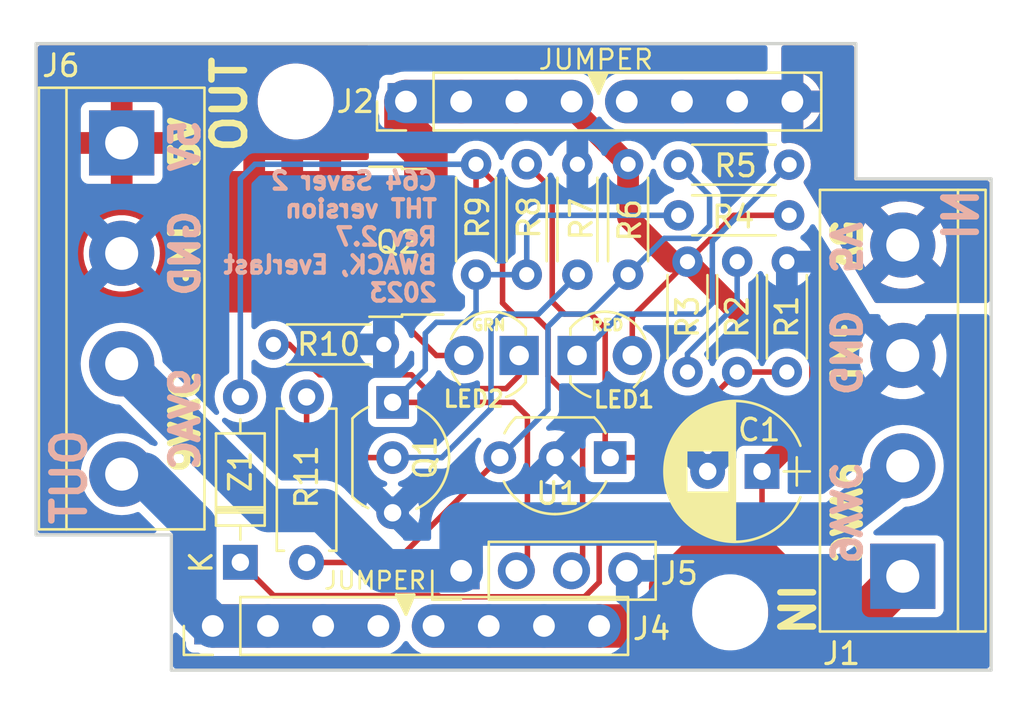
<source format=kicad_pcb>
(kicad_pcb (version 20221018) (generator pcbnew)
  (title_block (title "C64 Saver 2 Throughhole") (date "2023-11-18") (rev "2.7"))
  (layers (0 "F.Cu" signal) (31 "B.Cu" signal) (34 "B.Paste" user) (35 "F.Paste" user) (36 "B.SilkS" user "B.Silkscreen") (37 "F.SilkS" user "F.Silkscreen") (38 "B.Mask" user) (39 "F.Mask" user) (44 "Edge.Cuts" user))
  (net 0 "")
  (net 1 "/VCC1-")
  (net 2 "GND")
  (net 3 "PGATE")
  (net 4 "/VCC1+")
  (net 5 "OVERVOLTAGE")
  (net 6 "/5V_SAFE")
  (net 7 "/NGATE")
  (net 8 "/SENSE")
  (net 9 "/9VAC1")
  (net 10 "/9VAC2")
  (net 11 "Net-(LED1-K)")
  (net 12 "Net-(LED2-K)")
  (net 13 "Net-(U1-K)")
  (net 14 "/9VAC1B")
  (net 15 "/DIVIDER")
  (footprint "Connectors_Terminal_Blocks:TerminalBlock_bornier-4_P5.08mm" (layer "F.Cu") (at 144.399 88.265 -90)
    (fp_text reference "J6" (at -3.556 2.794) (layer "F.SilkS"))
    (fp_text value "Conn_01x04")
    (pad "1" thru_hole rect (at 0 0 270) (size 3 3) (drill 1.52) (layers "*.Cu" "*.Mask") (net 6 "/5V_SAFE"))
    (pad "2" thru_hole circle (at 5.08 0 270) (size 3 3) (drill 1.52) (layers "*.Cu" "*.Mask") (net 2 "GND"))
    (pad "3" thru_hole circle (at 10.16 0 270) (size 3 3) (drill 1.52) (layers "*.Cu" "*.Mask") (net 10 "/9VAC2"))
    (pad "4" thru_hole circle (at 15.24 0 270) (size 3 3) (drill 1.52) (layers "*.Cu" "*.Mask") (net 14 "/9VAC1B"))
  )
  (footprint "Connectors_Terminal_Blocks:TerminalBlock_bornier-4_P5.08mm" (layer "F.Cu") (at 180.34 108.204 90)
    (fp_text reference "J1" (at -3.556 -2.82194) (layer "F.SilkS"))
    (fp_text value "Conn_01x04")
    (pad "1" thru_hole rect (at 0 0 90) (size 3 3) (drill 1.52) (layers "*.Cu" "*.Mask") (net 9 "/9VAC1"))
    (pad "2" thru_hole circle (at 5.08 0 90) (size 3 3) (drill 1.52) (layers "*.Cu" "*.Mask") (net 10 "/9VAC2"))
    (pad "3" thru_hole circle (at 10.16 0 90) (size 3 3) (drill 1.52) (layers "*.Cu" "*.Mask") (net 2 "GND"))
    (pad "4" thru_hole circle (at 15.24 0 90) (size 3 3) (drill 1.52) (layers "*.Cu" "*.Mask") (net 4 "/VCC1+"))
  )
  (footprint "Capacitors_THT:CP_Radial_D6.3mm_P2.50mm" (layer "F.Cu") (at 173.863 103.378 180)
    (fp_text reference "C1" (at 0.127 1.905 180) (layer "F.SilkS"))
    (fp_text value "47uF")
    (pad "1" thru_hole rect (at 0 0 180) (size 1.6 1.6) (drill 0.8) (layers "*.Cu" "*.Mask") (net 1 "/VCC1-"))
    (pad "2" thru_hole circle (at 2.5 0 180) (size 1.6 1.6) (drill 0.8) (layers "*.Cu" "*.Mask") (net 2 "GND"))
  )
  (footprint "TO_SOT_Packages_SMD:ATPAK-2" (layer "F.Cu") (at 154.0476 92.8116 180)
    (fp_text reference "Q2" (at -3.0514 -0.0254) (layer "F.SilkS"))
    (fp_text value "IPD068P03L3G")
    (pad "1" smd rect (at -4.35 -2.3 180) (size 1.6 1.5) (layers "F.Cu" "F.Paste" "F.Mask") (net 3 "PGATE"))
    (pad "2" smd rect (at 0.05 -1.7 180) (size 3.2 3.1) (layers "F.Cu" "F.Paste") (net 6 "/5V_SAFE"))
    (pad "2" smd rect (at 0.05 1.7 180) (size 3.2 3.1) (layers "F.Cu" "F.Paste") (net 6 "/5V_SAFE"))
    (pad "2" smd rect (at 1.8 0 180) (size 6.7 6.5) (layers "F.Cu" "F.Mask") (net 6 "/5V_SAFE"))
    (pad "2" smd rect (at 3.55 -1.7 180) (size 3.2 3.1) (layers "F.Cu" "F.Paste") (net 6 "/5V_SAFE"))
    (pad "2" smd rect (at 3.55 1.7 180) (size 3.2 3.1) (layers "F.Cu" "F.Paste") (net 6 "/5V_SAFE"))
    (pad "3" smd rect (at -4.35 2.3 180) (size 1.6 1.5) (layers "F.Cu" "F.Paste" "F.Mask") (net 1 "/VCC1-"))
  )
  (footprint "Pin_Headers:Pin_Header_Straight_1x08_Pitch2.54mm" (layer "F.Cu") (at 157.48 86.36 90)
    (fp_text reference "J2" (at 0 -2.33 180) (layer "F.SilkS"))
    (fp_text value "Conn_01x08")
    (pad "1" thru_hole rect locked (at 0 0 90) (size 1.7 1.7) (drill 1) (layers "*.Cu" "*.Mask") (net 1 "/VCC1-"))
    (pad "2" thru_hole oval locked (at 0 2.54 90) (size 1.7 1.7) (drill 1) (layers "*.Cu" "*.Mask") (net 1 "/VCC1-"))
    (pad "3" thru_hole oval locked (at 0 5.08 90) (size 1.7 1.7) (drill 1) (layers "*.Cu" "*.Mask") (net 1 "/VCC1-"))
    (pad "4" thru_hole oval locked (at 0 7.62 90) (size 1.7 1.7) (drill 1) (layers "*.Cu" "*.Mask") (net 1 "/VCC1-"))
    (pad "5" thru_hole oval locked (at 0 10.16 90) (size 1.7 1.7) (drill 1) (layers "*.Cu" "*.Mask") (net 4 "/VCC1+"))
    (pad "6" thru_hole oval locked (at 0 12.7 90) (size 1.7 1.7) (drill 1) (layers "*.Cu" "*.Mask") (net 4 "/VCC1+"))
    (pad "7" thru_hole oval locked (at 0 15.24 90) (size 1.7 1.7) (drill 1) (layers "*.Cu" "*.Mask") (net 4 "/VCC1+"))
    (pad "8" thru_hole oval locked (at 0 17.78 90) (size 1.7 1.7) (drill 1) (layers "*.Cu" "*.Mask") (net 4 "/VCC1+"))
  )
  (footprint "Pin_Headers:Pin_Header_Straight_1x08_Pitch2.54mm" (layer "F.Cu") (at 148.59 110.49 90)
    (fp_text reference "J4" (at -0.127 20.193 180) (layer "F.SilkS"))
    (fp_text value "Conn_01x08")
    (pad "1" thru_hole rect (at 0 0 90) (size 1.7 1.7) (drill 1) (layers "*.Cu" "*.Mask") (net 14 "/9VAC1B"))
    (pad "2" thru_hole oval (at 0 2.54 90) (size 1.7 1.7) (drill 1) (layers "*.Cu" "*.Mask") (net 14 "/9VAC1B"))
    (pad "3" thru_hole oval (at 0 5.08 90) (size 1.7 1.7) (drill 1) (layers "*.Cu" "*.Mask") (net 14 "/9VAC1B"))
    (pad "4" thru_hole oval (at 0 7.62 90) (size 1.7 1.7) (drill 1) (layers "*.Cu" "*.Mask") (net 14 "/9VAC1B"))
    (pad "5" thru_hole oval (at 0 10.16 90) (size 1.7 1.7) (drill 1) (layers "*.Cu" "*.Mask") (net 9 "/9VAC1"))
    (pad "6" thru_hole oval (at 0 12.7 90) (size 1.7 1.7) (drill 1) (layers "*.Cu" "*.Mask") (net 9 "/9VAC1"))
    (pad "7" thru_hole oval (at 0 15.24 90) (size 1.7 1.7) (drill 1) (layers "*.Cu" "*.Mask") (net 9 "/9VAC1"))
    (pad "8" thru_hole oval (at 0 17.78 90) (size 1.7 1.7) (drill 1) (layers "*.Cu" "*.Mask") (net 9 "/9VAC1"))
  )
  (footprint "Pin_Headers:Pin_Header_Straight_1x04_Pitch2.54mm" (layer "F.Cu") (at 160.02 107.95 90)
    (fp_text reference "J5" (at -0.127 10.033 180) (layer "F.SilkS"))
    (fp_text value "Conn_01x04")
    (pad "1" thru_hole rect (at 0 0 90) (size 1.7 1.7) (drill 1) (layers "*.Cu" "*.Mask") (net 10 "/9VAC2"))
    (pad "2" thru_hole oval (at 0 2.54 90) (size 1.7 1.7) (drill 1) (layers "*.Cu" "*.Mask") (net 5 "OVERVOLTAGE"))
    (pad "3" thru_hole oval (at 0 5.08 90) (size 1.7 1.7) (drill 1) (layers "*.Cu" "*.Mask") (net 3 "PGATE"))
    (pad "4" thru_hole oval (at 0 7.62 90) (size 1.7 1.7) (drill 1) (layers "*.Cu" "*.Mask") (net 2 "GND"))
  )
  (footprint "Mounting_Holes:MountingHole_2.5mm" (layer "F.Cu") (at 152.40508 86.35746)
    (fp_text reference "MK1" hide)
    (fp_text value "Mounting_Hole")
    (pad "" np_thru_hole circle (at 0 0) (size 3 3) (drill 3) (layers "F&B.Cu" "*.Mask"))
  )
  (footprint "Mounting_Holes:MountingHole_2.5mm" (layer "F.Cu") (at 172.39996 109.86262)
    (fp_text reference "MK2" hide)
    (fp_text value "Mounting_Hole")
    (pad "" np_thru_hole circle (at 0 0) (size 3 3) (drill 3) (layers "F&B.Cu" "*.Mask"))
  )
  (footprint "Resistor_THT:R_Axial_DIN0204_L3.6mm_D1.6mm_P5.08mm_Horizontal" (layer "F.Cu") (at 170.434 93.726 -90)
    (fp_text reference "R3" (at 2.54 0 90) (layer "F.SilkS"))
    (fp_text value "3k3 1%")
    (pad "1" thru_hole circle (at 0 0 270) (size 1.4 1.4) (drill 0.7) (layers "*.Cu" "*.Mask") (net 1 "/VCC1-"))
    (pad "2" thru_hole oval (at 5.08 0 270) (size 1.4 1.4) (drill 0.7) (layers "*.Cu" "*.Mask") (net 15 "/DIVIDER"))
  )
  (footprint "Resistor_THT:R_Axial_DIN0204_L3.6mm_D1.6mm_P5.08mm_Horizontal" (layer "F.Cu") (at 175.006 98.806 90)
    (fp_text reference "R1" (at 2.54 0 90) (layer "F.SilkS"))
    (fp_text value "3k3 1%")
    (pad "1" thru_hole circle (at 0 0 90) (size 1.4 1.4) (drill 0.7) (layers "*.Cu" "*.Mask") (net 8 "/SENSE"))
    (pad "2" thru_hole oval (at 5.08 0 90) (size 1.4 1.4) (drill 0.7) (layers "*.Cu" "*.Mask") (net 2 "GND"))
  )
  (footprint "Resistor_THT:R_Axial_DIN0204_L3.6mm_D1.6mm_P5.08mm_Horizontal" (layer "F.Cu") (at 167.699993 89.2456 -90)
    (fp_text reference "R6" (at 2.5754 -0.0762 -90) (layer "F.SilkS"))
    (fp_text value "3k3")
    (pad "1" thru_hole circle (at 0 0 270) (size 1.4 1.4) (drill 0.7) (layers "*.Cu" "*.Mask") (net 1 "/VCC1-"))
    (pad "2" thru_hole oval (at 5.08 0 270) (size 1.4 1.4) (drill 0.7) (layers "*.Cu" "*.Mask") (net 13 "Net-(U1-K)"))
  )
  (footprint "Resistor_THT:R_Axial_DIN0204_L3.6mm_D1.6mm_P5.08mm_Horizontal" (layer "F.Cu") (at 163.037197 89.2456 -90)
    (fp_text reference "R8" (at 2.4484 -0.1016 -90) (layer "F.SilkS"))
    (fp_text value "330k")
    (pad "1" thru_hole circle (at 0 0 270) (size 1.4 1.4) (drill 0.7) (layers "*.Cu" "*.Mask") (net 8 "/SENSE"))
    (pad "2" thru_hole oval (at 5.08 0 270) (size 1.4 1.4) (drill 0.7) (layers "*.Cu" "*.Mask") (net 5 "OVERVOLTAGE"))
  )
  (footprint "Resistor_THT:R_Axial_DIN0204_L3.6mm_D1.6mm_P5.08mm_Horizontal" (layer "F.Cu") (at 175.109221 91.595756 180)
    (fp_text reference "R4" (at 2.5654 -0.0762) (layer "F.SilkS"))
    (fp_text value "3k3")
    (pad "1" thru_hole circle (at 0 0 180) (size 1.4 1.4) (drill 0.7) (layers "*.Cu" "*.Mask") (net 1 "/VCC1-"))
    (pad "2" thru_hole oval (at 5.08 0 180) (size 1.4 1.4) (drill 0.7) (layers "*.Cu" "*.Mask") (net 5 "OVERVOLTAGE"))
  )
  (footprint "Resistor_THT:R_Axial_DIN0204_L3.6mm_D1.6mm_P5.08mm_Horizontal" (layer "F.Cu") (at 160.7058 89.2456 -90)
    (fp_text reference "R9" (at 2.4484 -0.0762 -90) (layer "F.SilkS"))
    (fp_text value "3k9")
    (pad "1" thru_hole circle (at 0 0 270) (size 1.4 1.4) (drill 0.7) (layers "*.Cu" "*.Mask") (net 3 "PGATE"))
    (pad "2" thru_hole oval (at 5.08 0 270) (size 1.4 1.4) (drill 0.7) (layers "*.Cu" "*.Mask") (net 5 "OVERVOLTAGE"))
  )
  (footprint "Resistor_THT:R_Axial_DIN0207_L6.3mm_D2.5mm_P7.62mm_Horizontal" (layer "F.Cu") (at 152.908 107.569 90)
    (fp_text reference "R11" (at 3.937 0 90) (layer "F.SilkS"))
    (fp_text value "33k")
    (pad "1" thru_hole circle (at 0 0 90) (size 1.6 1.6) (drill 0.8) (layers "*.Cu" "*.Mask") (net 13 "Net-(U1-K)"))
    (pad "2" thru_hole oval (at 7.62 0 90) (size 1.6 1.6) (drill 0.8) (layers "*.Cu" "*.Mask") (net 7 "/NGATE"))
  )
  (footprint "Resistor_THT:R_Axial_DIN0204_L3.6mm_D1.6mm_P5.08mm_Horizontal" (layer "F.Cu") (at 165.368594 94.3256 90)
    (fp_text reference "R7" (at 2.5654 0.1778 90) (layer "F.SilkS"))
    (fp_text value "10k")
    (pad "1" thru_hole circle (at 0 0 90) (size 1.4 1.4) (drill 0.7) (layers "*.Cu" "*.Mask") (net 7 "/NGATE"))
    (pad "2" thru_hole oval (at 5.08 0 90) (size 1.4 1.4) (drill 0.7) (layers "*.Cu" "*.Mask") (net 2 "GND"))
  )
  (footprint "Package_TO_SOT_THT:TO-92_Inline_Wide" (layer "F.Cu") (at 156.866 100.203 -90)
    (fp_text reference "Q1" (at 2.54 -1.503 90) (layer "F.SilkS"))
    (fp_text value "BC547")
    (pad "1" thru_hole rect (at 0 0 270) (size 1.5 1.5) (drill 0.8) (layers "*.Cu" "*.Mask") (net 5 "OVERVOLTAGE"))
    (pad "2" thru_hole circle (at 2.54 0 270) (size 1.5 1.5) (drill 0.8) (layers "*.Cu" "*.Mask") (net 7 "/NGATE"))
    (pad "3" thru_hole circle (at 5.08 0 270) (size 1.5 1.5) (drill 0.8) (layers "*.Cu" "*.Mask") (net 2 "GND"))
  )
  (footprint "LED_THT:LED_D3.0mm_Easy_2" (layer "F.Cu") (at 162.687 98.044 180)
    (fp_text reference "LED2" (at 2.087104 -1.998027 180) (layer "F.SilkS") (effects (font (size 0.75 0.75))))
    (fp_text value "3mm GREEN")
    (pad "1" thru_hole rect (at 0 0 180) (size 1.8 1.8) (drill 0.9) (layers "*.Cu" "*.Mask") (net 12 "Net-(LED2-K)"))
    (pad "2" thru_hole circle (at 2.54 0 180) (size 1.8 1.8) (drill 0.9) (layers "*.Cu" "*.Mask") (net 6 "/5V_SAFE"))
  )
  (footprint "LED_THT:LED_D3.0mm_Easy_1" (layer "F.Cu") (at 165.354 98.044)
    (fp_text reference "LED1" (at 2.159 2.032) (layer "F.SilkS") (effects (font (size 0.75 0.75))))
    (fp_text value "3mm RED")
    (pad "1" thru_hole rect (at 0 0) (size 1.8 1.8) (drill 0.9) (layers "*.Cu" "*.Mask") (net 11 "Net-(LED1-K)"))
    (pad "2" thru_hole circle (at 2.54 0) (size 1.8 1.8) (drill 0.9) (layers "*.Cu" "*.Mask") (net 1 "/VCC1-"))
  )
  (footprint "Resistor_THT:R_Axial_DIN0204_L3.6mm_D1.6mm_P5.08mm_Horizontal" (layer "F.Cu") (at 151.384 97.536)
    (fp_text reference "R10" (at 2.54 0) (layer "F.SilkS"))
    (fp_text value "330")
    (pad "1" thru_hole circle (at 0 0) (size 1.4 1.4) (drill 0.7) (layers "*.Cu" "*.Mask") (net 12 "Net-(LED2-K)"))
    (pad "2" thru_hole oval (at 5.08 0) (size 1.4 1.4) (drill 0.7) (layers "*.Cu" "*.Mask") (net 2 "GND"))
  )
  (footprint "Resistor_THT:R_Axial_DIN0204_L3.6mm_D1.6mm_P5.08mm_Horizontal" (layer "F.Cu") (at 172.72 93.726 -90)
    (fp_text reference "R2" (at 2.54 0 90) (layer "F.SilkS"))
    (fp_text value "510 1%")
    (pad "1" thru_hole circle (at 0 0 270) (size 1.4 1.4) (drill 0.7) (layers "*.Cu" "*.Mask") (net 15 "/DIVIDER"))
    (pad "2" thru_hole oval (at 5.08 0 270) (size 1.4 1.4) (drill 0.7) (layers "*.Cu" "*.Mask") (net 8 "/SENSE"))
  )
  (footprint "Resistor_THT:R_Axial_DIN0204_L3.6mm_D1.6mm_P5.08mm_Horizontal" (layer "F.Cu") (at 175.109221 89.264181 180)
    (fp_text reference "R5" (at 2.4638 -0.0508) (layer "F.SilkS"))
    (fp_text value "1k")
    (pad "1" thru_hole circle (at 0 0 180) (size 1.4 1.4) (drill 0.7) (layers "*.Cu" "*.Mask") (net 11 "Net-(LED1-K)"))
    (pad "2" thru_hole oval (at 5.08 0 180) (size 1.4 1.4) (drill 0.7) (layers "*.Cu" "*.Mask") (net 13 "Net-(U1-K)"))
  )
  (footprint "Diode_THT:D_DO-35_SOD27_P7.62mm_Horizontal" (layer "F.Cu") (at 149.86 107.560504 90)
    (fp_text reference "Z1" (at 4.182504 0 90) (layer "F.SilkS"))
    (fp_text value "6V8")
    (fp_text user "K" (at 0 -1.8 90) (layer "F.SilkS"))
    (pad "1" thru_hole rect (at 0 0 90) (size 1.6 1.6) (drill 0.8) (layers "*.Cu" "*.Mask") (net 1 "/VCC1-"))
    (pad "2" thru_hole oval (at 7.62 0 90) (size 1.6 1.6) (drill 0.8) (layers "*.Cu" "*.Mask") (net 3 "PGATE"))
  )
  (footprint "Package_TO_SOT_THT:TO-92_Inline_Wide" (layer "F.Cu") (at 166.878 102.743 180)
    (fp_text reference "U1" (at 2.413 -1.651) (layer "F.SilkS"))
    (fp_text value "TL431LP")
    (pad "1" thru_hole rect (at 0 0 180) (size 1.5 1.5) (drill 0.8) (layers "*.Cu" "*.Mask") (net 8 "/SENSE"))
    (pad "2" thru_hole circle (at 2.54 0 180) (size 1.5 1.5) (drill 0.8) (layers "*.Cu" "*.Mask") (net 2 "GND"))
    (pad "3" thru_hole circle (at 5.08 0 180) (size 1.5 1.5) (drill 0.8) (layers "*.Cu" "*.Mask") (net 13 "Net-(U1-K)"))
  )
  (gr_line (start 166 85.1) (end 166.32 85.72) (stroke (width 0.15)) (layer "F.SilkS"))
  (gr_line (start 157.46 109.48) (end 157.55 109.28) (stroke (width 0.15)) (layer "F.SilkS"))
  (gr_line (start 166.56 85.21) (end 166.16 85.2) (stroke (width 0.15)) (layer "F.SilkS"))
  (gr_line (start 157.14 109.07) (end 157.46 109.69) (stroke (width 0.15)) (layer "F.SilkS"))
  (gr_line (start 157.46 109.69) (end 157.7 109.18) (stroke (width 0.15)) (layer "F.SilkS"))
  (gr_line (start 157.3 109.17) (end 157.46 109.48) (stroke (width 0.15)) (layer "F.SilkS"))
  (gr_line (start 166.71 85.09) (end 166 85.1) (stroke (width 0.15)) (layer "F.SilkS"))
  (gr_line (start 166.16 85.2) (end 166.32 85.51) (stroke (width 0.15)) (layer "F.SilkS"))
  (gr_line (start 157.55 109.28) (end 157.38 109.325) (stroke (width 0.15)) (layer "F.SilkS"))
  (gr_line (start 166.41 85.31) (end 166.24 85.355) (stroke (width 0.15)) (layer "F.SilkS"))
  (gr_line (start 166.32 85.72) (end 166.56 85.21) (stroke (width 0.15)) (layer "F.SilkS"))
  (gr_line (start 157.85 109.06) (end 157.14 109.07) (stroke (width 0.15)) (layer "F.SilkS"))
  (gr_line (start 166.34 85.98) (end 166.71 85.09) (stroke (width 0.15)) (layer "F.SilkS"))
  (gr_line (start 157.04 109.05) (end 157.48 109.95) (stroke (width 0.15)) (layer "F.SilkS"))
  (gr_line (start 165.9 85.08) (end 166.34 85.98) (stroke (width 0.15)) (layer "F.SilkS"))
  (gr_line (start 157.7 109.18) (end 157.3 109.17) (stroke (width 0.15)) (layer "F.SilkS"))
  (gr_line (start 157.48 109.95) (end 157.85 109.06) (stroke (width 0.15)) (layer "F.SilkS"))
  (gr_line (start 166.32 85.51) (end 166.41 85.31) (stroke (width 0.15)) (layer "F.SilkS"))
  (gr_line (start 184.404 112.522) (end 146.685 112.522) (stroke (width 0.15)) (layer "Edge.Cuts"))
  (gr_line (start 140.462 83.693) (end 178.181 83.693) (stroke (width 0.15)) (layer "Edge.Cuts"))
  (gr_line (start 140.462 106.299) (end 140.462 83.693) (stroke (width 0.15)) (layer "Edge.Cuts"))
  (gr_line (start 178.181 89.916) (end 184.404 89.916) (stroke (width 0.15)) (layer "Edge.Cuts"))
  (gr_line (start 146.685 112.522) (end 146.685 106.299) (stroke (width 0.15)) (layer "Edge.Cuts"))
  (gr_line (start 146.685 106.299) (end 140.462 106.299) (stroke (width 0.15)) (layer "Edge.Cuts"))
  (gr_line (start 178.181 83.693) (end 178.181 89.916) (stroke (width 0.15)) (layer "Edge.Cuts"))
  (gr_line (start 184.404 89.916) (end 184.404 112.522) (stroke (width 0.15)) (layer "Edge.Cuts"))
  (gr_text "9VAC" (at 177.673 105.283 270) (layer "B.SilkS") (effects (font (size 1.25 1.25) (thickness 0.3)) (justify mirror)))
  (gr_text "GND" (at 177.673 97.917 270) (layer "B.SilkS") (effects (font (size 1.25 1.25) (thickness 0.3)) (justify mirror)))
  (gr_text "5V" (at 177.673 93.091 270) (layer "B.SilkS") (effects (font (size 1.25 1.25) (thickness 0.3)) (justify mirror)))
  (gr_text "5V" (at 147.32 88.392 90) (layer "B.SilkS") (effects (font (size 1.25 1.25) (thickness 0.3)) (justify mirror)))
  (gr_text "GND" (at 147.32 93.345 90) (layer "B.SilkS") (effects (font (size 1.25 1.25) (thickness 0.3)) (justify mirror)))
  (gr_text "9VAC" (at 147.32 100.965 90) (layer "B.SilkS") (effects (font (size 1.25 1.25) (thickness 0.3)) (justify mirror)))
  (gr_text "IN" (at 182.88 91.567 -90) (layer "B.SilkS") (effects (font (size 1.5 1.5) (thickness 0.3)) (justify mirror)))
  (gr_text "OUT" (at 141.986 103.632 90) (layer "B.SilkS") (effects (font (size 1.5 1.5) (thickness 0.3)) (justify mirror)))
  (gr_text "C64 Saver 2\nTHT version\nRev 2.7\nBWACK, Everlast\n2023" (at 159.004 92.583) (layer "B.SilkS") (effects (font (size 0.8 0.8) (thickness 0.2)) (justify left mirror)))
  (gr_text "5V" (at 147.32 88.265 90) (layer "F.SilkS") (effects (font (size 1.25 1.25) (thickness 0.3))))
  (gr_text "GND" (at 147.32 93.345 90) (layer "F.SilkS") (effects (font (size 1.25 1.25) (thickness 0.3))))
  (gr_text "9VAC" (at 147.32 101.092 90) (layer "F.SilkS") (effects (font (size 1.25 1.25) (thickness 0.3))))
  (gr_text "RED" (at 166.751 96.647) (layer "F.SilkS") (effects (font (size 0.5 0.5) (thickness 0.125))))
  (gr_text "OUT" (at 149.352 86.487 90) (layer "F.SilkS") (effects (font (size 1.5 1.5) (thickness 0.3))))
  (gr_text "JUMPER" (at 156.06 108.4) (layer "F.SilkS") (effects (font (size 0.8 0.8) (thickness 0.12))))
  (gr_text "IN" (at 175.387 109.728 -90) (layer "F.SilkS") (effects (font (size 1.5 1.5) (thickness 0.3))))
  (gr_text "GND" (at 177.673 97.917 270) (layer "F.SilkS") (effects (font (size 1.25 1.25) (thickness 0.3))))
  (gr_text "JUMPER" (at 166.22 84.43) (layer "F.SilkS") (effects (font (size 0.9 0.9) (thickness 0.12))))
  (gr_text "GRN" (at 161.29 96.647) (layer "F.SilkS") (effects (font (size 0.5 0.5) (thickness 0.125))))
  (gr_text "9VAC" (at 177.673 105.283 270) (layer "F.SilkS") (effects (font (size 1.25 1.25) (thickness 0.3))))
  (gr_text "5V" (at 177.673 92.964 270) (layer "F.SilkS") (effects (font (size 1.25 1.25) (thickness 0.3))))
  (segment (start 165.1 86.645607) (end 165.1 86.36) (width 0.254) (layer "F.Cu") (net 1))
  (segment (start 167.699993 89.2456) (end 167.699993 91.691993) (width 1) (layer "F.Cu") (net 1))
  (segment (start 173.355 105.537) (end 173.863 105.029) (width 0.254) (layer "F.Cu") (net 1))
  (segment (start 167.894 98.044) (end 167.894 96.266) (width 0.254) (layer "F.Cu") (net 1))
  (segment (start 172.564244 91.595756) (end 170.434 93.726) (width 0.254) (layer "F.Cu") (net 1))
  (segment (start 165.701083 109.147) (end 166.37 108.478083) (width 0.254) (layer "F.Cu") (net 1))
  (segment (start 176.53 97.155) (end 176.53 100.711) (width 1) (layer "F.Cu") (net 1))
  (segment (start 167.699993 91.691993) (end 169.734 93.726) (width 1) (layer "F.Cu") (net 1))
  (segment (start 170.434 93.726) (end 172.847 96.139) (width 1) (layer "F.Cu") (net 1))
  (segment (start 151.392496 109.093) (end 158.972268 109.093) (width 0.254) (layer "F.Cu") (net 1))
  (segment (start 169.734 93.726) (end 170.434 93.726) (width 1) (layer "F.Cu") (net 1))
  (segment (start 166.37 108.478083) (end 166.37 106.172) (width 0.254) (layer "F.Cu") (net 1))
  (segment (start 175.109221 91.595756) (end 172.564244 91.595756) (width 0.254) (layer "F.Cu") (net 1))
  (segment (start 160.02 86.36) (end 157.48 86.36) (width 2) (layer "F.Cu") (net 1))
  (segment (start 173.863 105.029) (end 173.863 103.378) (width 0.254) (layer "F.Cu") (net 1))
  (segment (start 158.972268 109.093) (end 159.026268 109.147) (width 0.254) (layer "F.Cu") (net 1))
  (segment (start 149.86 107.560504) (end 151.392496 109.093) (width 0.254) (layer "F.Cu") (net 1))
  (segment (start 157.48 86.36) (end 157.48 87.757) (width 2) (layer "F.Cu") (net 1))
  (segment (start 175.514 96.139) (end 176.53 97.155) (width 1) (layer "F.Cu") (net 1))
  (segment (start 176.53 100.711) (end 173.863 103.378) (width 1) (layer "F.Cu") (net 1))
  (segment (start 165.1 86.36) (end 162.56 86.36) (width 2) (layer "F.Cu") (net 1))
  (segment (start 166.37 106.172) (end 167.005 105.537) (width 0.254) (layer "F.Cu") (net 1))
  (segment (start 157.48 87.757) (end 158.3976 88.6746) (width 2) (layer "F.Cu") (net 1))
  (segment (start 159.026268 109.147) (end 165.701083 109.147) (width 0.254) (layer "F.Cu") (net 1))
  (segment (start 167.699993 89.2456) (end 165.1 86.645607) (width 1) (layer "F.Cu") (net 1))
  (segment (start 172.847 96.139) (end 175.514 96.139) (width 1) (layer "F.Cu") (net 1))
  (segment (start 167.894 96.266) (end 170.434 93.726) (width 0.254) (layer "F.Cu") (net 1))
  (segment (start 158.3976 88.6746) (end 158.3976 90.5116) (width 2) (layer "F.Cu") (net 1))
  (segment (start 160.02 86.36) (end 162.56 86.36) (width 2) (layer "F.Cu") (net 1))
  (segment (start 167.005 105.537) (end 173.355 105.537) (width 0.254) (layer "F.Cu") (net 1))
  (segment (start 165.1 86.36) (end 157.48 86.36) (width 2) (layer "B.Cu") (net 1))
  (segment (start 167.64 107.95) (end 167.77738 107.81262) (width 1) (layer "B.Cu") (net 2))
  (segment (start 160.7058 91.6432) (end 158.3976 93.9514) (width 0.254) (layer "F.Cu") (net 3))
  (segment (start 165.1 107.95) (end 165.608 107.442) (width 0.254) (layer "F.Cu") (net 3))
  (segment (start 160.7058 89.2456) (end 160.7058 91.6432) (width 0.254) (layer "F.Cu") (net 3))
  (segment (start 164.020373 99.001105) (end 164.020373 96.837373) (width 0.254) (layer "F.Cu") (net 3))
  (segment (start 162.4965 96.2025) (end 161.925 95.631) (width 0.254) (layer "F.Cu") (net 3))
  (segment (start 161.925 90.4648) (end 160.7058 89.2456) (width 0.254) (layer "F.Cu") (net 3))
  (segment (start 158.3976 93.9514) (end 158.3976 95.1116) (width 0.254) (layer "F.Cu") (net 3))
  (segment (start 165.608 107.442) (end 165.608 100.588732) (width 0.254) (layer "F.Cu") (net 3))
  (segment (start 164.020373 96.837373) (end 163.3855 96.2025) (width 0.254) (layer "F.Cu") (net 3))
  (segment (start 165.608 100.588732) (end 164.020373 99.001105) (width 0.254) (layer "F.Cu") (net 3))
  (segment (start 161.925 95.631) (end 161.925 90.4648) (width 0.254) (layer "F.Cu") (net 3))
  (segment (start 163.3855 96.2025) (end 162.4965 96.2025) (width 0.254) (layer "F.Cu") (net 3))
  (segment (start 160.7058 89.2456) (end 150.5304 89.2456) (width 0.254) (layer "B.Cu") (net 3))
  (segment (start 149.86 89.916) (end 149.86 99.940504) (width 0.254) (layer "B.Cu") (net 3))
  (segment (start 150.5304 89.2456) (end 149.86 89.916) (width 0.254) (layer "B.Cu") (net 3))
  (segment (start 175.26 86.36) (end 167.64 86.36) (width 2) (layer "F.Cu") (net 4))
  (segment (start 175.26 86.36) (end 172.72 86.36) (width 2) (layer "B.Cu") (net 4))
  (segment (start 172.72 86.36) (end 170.18 86.36) (width 2) (layer "B.Cu") (net 4))
  (segment (start 170.18 86.36) (end 167.64 86.36) (width 2) (layer "B.Cu") (net 4))
  (segment (start 162.56 107.95) (end 163.068 107.442) (width 0.254) (layer "F.Cu") (net 5))
  (segment (start 163.068 107.442) (end 163.068 100.838) (width 0.254) (layer "F.Cu") (net 5))
  (segment (start 163.068 100.838) (end 162.433 100.203) (width 0.254) (layer "F.Cu") (net 5))
  (segment (start 162.433 100.203) (end 156.866 100.203) (width 0.254) (layer "F.Cu") (net 5))
  (segment (start 158.369 97.028) (end 158.369 98.7) (width 0.254) (layer "B.Cu") (net 5))
  (segment (start 158.877 96.52) (end 158.369 97.028) (width 0.254) (layer "B.Cu") (net 5))
  (segment (start 158.369 98.7) (end 156.866 100.203) (width 0.254) (layer "B.Cu") (net 5))
  (segment (start 163.037197 94.3256) (end 160.7058 94.3256) (width 0.254) (layer "B.Cu") (net 5))
  (segment (start 160.2105 96.52) (end 158.877 96.52) (width 0.254) (layer "B.Cu") (net 5))
  (segment (start 170.029221 91.595756) (end 163.547244 91.595756) (width 0.254) (layer "B.Cu") (net 5))
  (segment (start 163.547244 91.595756) (end 163.037197 92.105803) (width 0.254) (layer "B.Cu") (net 5))
  (segment (start 163.037197 92.105803) (end 163.037197 94.3256) (width 0.254) (layer "B.Cu") (net 5))
  (segment (start 160.7058 96.0247) (end 160.2105 96.52) (width 0.254) (layer "B.Cu") (net 5))
  (segment (start 160.7058 94.3256) (end 160.7058 96.0247) (width 0.254) (layer "B.Cu") (net 5))
  (segment (start 160.147 98.044) (end 158.877 98.044) (width 0.254) (layer "F.Cu") (net 6))
  (segment (start 156.972 96.139) (end 155.625 96.139) (width 0.254) (layer "F.Cu") (net 6))
  (segment (start 155.625 96.139) (end 153.9976 94.5116) (width 0.254) (layer "F.Cu") (net 6))
  (segment (start 158.877 98.044) (end 156.972 96.139) (width 0.254) (layer "F.Cu") (net 6))
  (segment (start 152.908 99.949) (end 152.908 102.235) (width 0.254) (layer "F.Cu") (net 7))
  (segment (start 152.908 102.235) (end 153.416 102.743) (width 0.254) (layer "F.Cu") (net 7))
  (segment (start 153.416 102.743) (end 156.866 102.743) (width 0.254) (layer "F.Cu") (net 7))
  (segment (start 161.394 100.48) (end 159.131 102.743) (width 0.254) (layer "B.Cu") (net 7))
  (segment (start 159.131 102.743) (end 156.866 102.743) (width 0.254) (layer "B.Cu") (net 7))
  (segment (start 165.368594 94.346406) (end 163.576 96.139) (width 0.254) (layer "B.Cu") (net 7))
  (segment (start 165.368594 94.3256) (end 165.368594 94.346406) (width 0.254) (layer "B.Cu") (net 7))
  (segment (start 161.925 96.139) (end 161.394 96.67) (width 0.254) (layer "B.Cu") (net 7))
  (segment (start 163.576 96.139) (end 161.925 96.139) (width 0.254) (layer "B.Cu") (net 7))
  (segment (start 161.394 96.67) (end 161.394 100.48) (width 0.254) (layer "B.Cu") (net 7))
  (segment (start 166.647 102.512) (end 166.647 96.797) (width 0.254) (layer "F.Cu") (net 8))
  (segment (start 164.7825 96.139) (end 164.211 95.5675) (width 0.254) (layer "F.Cu") (net 8))
  (segment (start 164.211 90.419403) (end 163.037197 89.2456) (width 0.254) (layer "F.Cu") (net 8))
  (segment (start 166.878 102.743) (end 166.647 102.512) (width 0.254) (layer "F.Cu") (net 8))
  (segment (start 164.211 95.5675) (end 164.211 90.419403) (width 0.254) (layer "F.Cu") (net 8))
  (segment (start 165.989 96.139) (end 164.7825 96.139) (width 0.254) (layer "F.Cu") (net 8))
  (segment (start 168.783 102.743) (end 166.878 102.743) (width 0.254) (layer "F.Cu") (net 8))
  (segment (start 172.72 98.806) (end 168.783 102.743) (width 0.254) (layer "F.Cu") (net 8))
  (segment (start 175.006 98.806) (end 172.72 98.806) (width 0.254) (layer "F.Cu") (net 8))
  (segment (start 166.647 96.797) (end 165.989 96.139) (width 0.254) (layer "F.Cu") (net 8))
  (segment (start 173.55 107.15) (end 173.4 107) (width 2) (layer "F.Cu") (net 9))
  (segment (start 169.61 108.68) (end 169.61 110.27) (width 1.9) (layer "F.Cu") (net 9))
  (segment (start 171.14 107.15) (end 169.61 108.68) (width 1.9) (layer "F.Cu") (net 9))
  (segment (start 171.29 107) (end 171.14 107.15) (width 2) (layer "F.Cu") (net 9))
  (segment (start 166.37 110.49) (end 166.366 110.494) (width 2) (layer "F.Cu") (net 9))
  (segment (start 175.1 110.81) (end 177.734 110.81) (width 2) (layer "F.Cu") (net 9))
  (segment (start 177.734 110.81) (end 180.34 108.204) (width 2) (layer "F.Cu") (net 9))
  (segment (start 169.61 110.27) (end 169.39 110.49) (width 1.9) (layer "F.Cu") (net 9))
  (segment (start 173.4 107) (end 171.29 107) (width 2) (layer "F.Cu") (net 9))
  (segment (start 175.1 108.7) (end 173.55 107.15) (width 1.9) (layer "F.Cu") (net 9))
  (segment (start 166.366 110.494) (end 158.75 110.494) (width 2) (layer "F.Cu") (net 9))
  (segment (start 169.39 110.49) (end 166.37 110.49) (width 2) (layer "F.Cu") (net 9))
  (segment (start 175.1 110.81) (end 175.1 108.7) (width 1.9) (layer "F.Cu") (net 9))
  (segment (start 163.83 110.49) (end 161.29 110.49) (width 2) (layer "B.Cu") (net 9))
  (segment (start 166.37 110.49) (end 163.83 110.49) (width 2) (layer "B.Cu") (net 9))
  (segment (start 161.29 110.49) (end 158.75 110.49) (width 2) (layer "B.Cu") (net 9))
  (segment (start 160.02 105.8) (end 160.02 107.95) (width 2) (layer "B.Cu") (net 10))
  (segment (start 151.150001 105.176001) (end 153.690001 105.176001) (width 2) (layer "B.Cu") (net 10))
  (segment (start 177.165 105.8) (end 160.02 105.8) (width 2) (layer "B.Cu") (net 10))
  (segment (start 153.690001 105.176001) (end 156.464 107.95) (width 2) (layer "B.Cu") (net 10))
  (segment (start 144.399 98.425) (end 151.150001 105.176001) (width 2) (layer "B.Cu") (net 10))
  (segment (start 156.464 107.95) (end 160.02 107.95) (width 2) (layer "B.Cu") (net 10))
  (segment (start 180.594 103.124) (end 177.165 105.8) (width 2) (layer "B.Cu") (net 10))
  (segment (start 171.577 95.631) (end 171.577 92.796402) (width 0.254) (layer "B.Cu") (net 11))
  (segment (start 165.354 98.044) (end 165.460469 98.044) (width 0.254) (layer "B.Cu") (net 11))
  (segment (start 167.365469 96.139) (end 171.069 96.139) (width 0.254) (layer "B.Cu") (net 11))
  (segment (start 171.069 96.139) (end 171.577 95.631) (width 0.254) (layer "B.Cu") (net 11))
  (segment (start 165.460469 98.044) (end 167.365469 96.139) (width 0.254) (layer "B.Cu") (net 11))
  (segment (start 171.577 92.796402) (end 175.109221 89.264181) (width 0.254) (layer "B.Cu") (net 11))
  (segment (start 151.384 97.536) (end 152.10999 97.536) (width 0.254) (layer "F.Cu") (net 12))
  (segment (start 152.10999 97.536) (end 153.50699 98.933) (width 0.254) (layer "F.Cu") (net 12))
  (segment (start 162.687 98.967) (end 162.687 98.044) (width 0.254) (layer "F.Cu") (net 12))
  (segment (start 158.369 99.568) (end 162.086 99.568) (width 0.254) (layer "F.Cu") (net 12))
  (segment (start 162.086 99.568) (end 162.687 98.967) (width 0.254) (layer "F.Cu") (net 12))
  (segment (start 153.50699 98.933) (end 157.734 98.933) (width 0.254) (layer "F.Cu") (net 12))
  (segment (start 157.734 98.933) (end 158.369 99.568) (width 0.254) (layer "F.Cu") (net 12))
  (segment (start 161.798 102.743) (end 156.972 107.569) (width 0.254) (layer "F.Cu") (net 13))
  (segment (start 156.972 107.569) (end 152.908 107.569) (width 0.254) (layer "F.Cu") (net 13))
  (segment (start 164.592 96.139) (end 165.862 96.139) (width 0.254) (layer "B.Cu") (net 13))
  (segment (start 167.6754 94.3256) (end 167.699993 94.3256) (width 0.254) (layer "B.Cu") (net 13))
  (segment (start 164.014892 100.526108) (end 164.014892 96.716108) (width 0.254) (layer "B.Cu") (net 13))
  (segment (start 165.862 96.139) (end 167.6754 94.3256) (width 0.254) (layer "B.Cu") (net 13))
  (segment (start 161.798 102.743) (end 164.014892 100.526108) (width 0.254) (layer "B.Cu") (net 13))
  (segment (start 171.45 90.68496) (end 170.029221 89.264181) (width 0.254) (layer "B.Cu") (net 13))
  (segment (start 169.37084 92.654753) (end 170.870247 92.654753) (width 0.254) (layer "B.Cu") (net 13))
  (segment (start 167.699993 94.3256) (end 169.37084 92.654753) (width 0.254) (layer "B.Cu") (net 13))
  (segment (start 170.870247 92.654753) (end 171.45 92.075) (width 0.254) (layer "B.Cu") (net 13))
  (segment (start 171.45 92.075) (end 171.45 90.68496) (width 0.254) (layer "B.Cu") (net 13))
  (segment (start 164.014892 96.716108) (end 164.592 96.139) (width 0.254) (layer "B.Cu") (net 13))
  (segment (start 156.21 110.49) (end 148.59 110.49) (width 2) (layer "F.Cu") (net 14))
  (segment (start 147.76 105.85) (end 145.415 103.505) (width 2) (layer "B.Cu") (net 14))
  (segment (start 153.67 110.49) (end 151.13 110.49) (width 2) (layer "B.Cu") (net 14))
  (segment (start 147.76 109.66) (end 147.76 105.85) (width 2) (layer "B.Cu") (net 14))
  (segment (start 148.59 110.49) (end 147.76 109.66) (width 2) (layer "B.Cu") (net 14))
  (segment (start 145.415 103.505) (end 144.399 103.505) (width 2) (layer "B.Cu") (net 14))
  (segment (start 151.13 110.49) (end 148.59 110.49) (width 2) (layer "B.Cu") (net 14))
  (segment (start 156.21 110.49) (end 153.67 110.49) (width 2) (layer "B.Cu") (net 14))
  (segment (start 170.434 97.966) (end 170.434 98.806) (width 0.254) (layer "B.Cu") (net 15))
  (segment (start 172.72 93.726) (end 172.72 95.68) (width 0.254) (layer "B.Cu") (net 15))
  (segment (start 172.72 95.68) (end 170.434 97.966) (width 0.254) (layer "B.Cu") (net 15))
  (zone (net 6) (net_name "/5V_SAFE") (layer "F.Cu") (priority 1) (connect_pads (clearance 0.254)) (min_thickness 0.25) (fill yes (thermal_gap 0.508) (thermal_bridge_width 1) (smoothing chamfer))
    (polygon (pts (xy 140.208 83.185) (xy 155.829 83.185) (xy 155.702 96.012) (xy 139.954 96.012)))
  )
  (zone (net 4) (net_name "/VCC1+") (layers "F&B.Cu") (connect_pads (clearance 0.254)) (min_thickness 0.254) (fill yes (thermal_gap 0.508) (thermal_bridge_width 1))
    (polygon (pts (xy 174.752 83.312) (xy 174.752 88.392) (xy 179.07 95.631) (xy 184.785 95.631) (xy 184.785 83.312)))
  )
  (zone (net 2) (net_name "GND") (layer "B.Cu") (connect_pads (clearance 0.381)) (min_thickness 0.254) (fill yes (thermal_gap 0.508) (thermal_bridge_width 1))
    (polygon (pts (xy 139.7 83.312) (xy 174.117 83.312) (xy 174.117 88.519) (xy 178.816 96.139) (xy 184.785 96.139) (xy 184.531 113.157) (xy 156.718 112.903) (xy 139.7 112.903) (xy 139.7 101.092) (xy 139.7 85.344)))
  )
)
</source>
